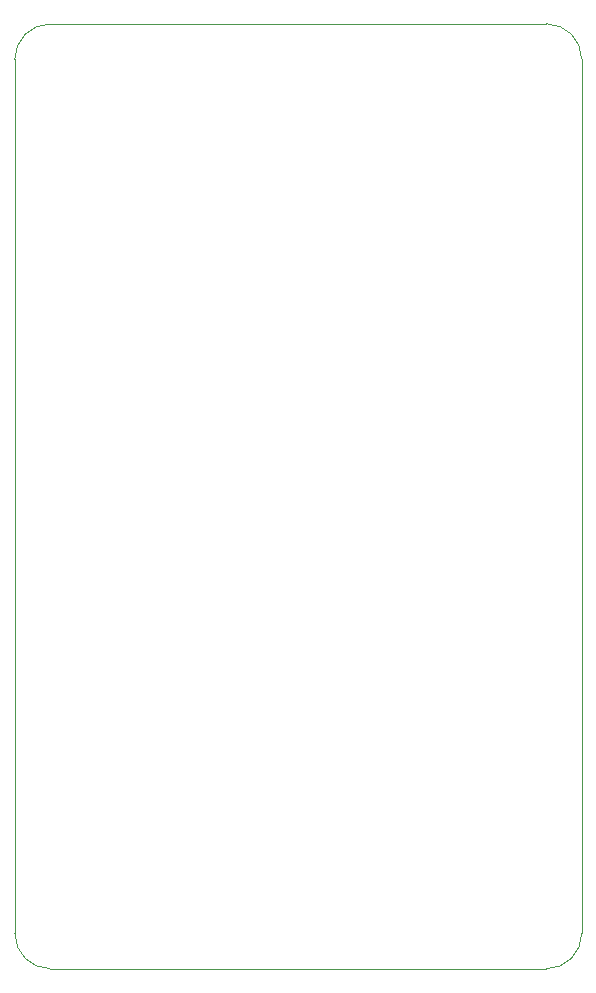
<source format=gbr>
G04 #@! TF.GenerationSoftware,KiCad,Pcbnew,5.1.8-db9833491~88~ubuntu18.04.1*
G04 #@! TF.CreationDate,2020-12-10T12:49:00+05:30*
G04 #@! TF.ProjectId,Permitme_main _sub_V1,5065726d-6974-46d6-955f-6d61696e205f,rev?*
G04 #@! TF.SameCoordinates,Original*
G04 #@! TF.FileFunction,Profile,NP*
%FSLAX46Y46*%
G04 Gerber Fmt 4.6, Leading zero omitted, Abs format (unit mm)*
G04 Created by KiCad (PCBNEW 5.1.8-db9833491~88~ubuntu18.04.1) date 2020-12-10 12:49:00*
%MOMM*%
%LPD*%
G01*
G04 APERTURE LIST*
G04 #@! TA.AperFunction,Profile*
%ADD10C,0.100000*%
G04 #@! TD*
G04 APERTURE END LIST*
D10*
X154070000Y-161880000D02*
G75*
G02*
X151070000Y-158880000I0J3000000D01*
G01*
X151070000Y-84880000D02*
G75*
G02*
X154070000Y-81880000I3000000J0D01*
G01*
X196070000Y-81870000D02*
G75*
G02*
X199070000Y-84870000I0J-3000000D01*
G01*
X151070000Y-84880000D02*
X151070000Y-84880000D01*
X196070000Y-81870000D02*
X154070000Y-81880000D01*
X199070000Y-158880000D02*
X199070000Y-84870000D01*
X154070000Y-161880000D02*
X196070000Y-161880000D01*
X151070000Y-84880000D02*
X151070000Y-158880000D01*
X199070000Y-158880000D02*
G75*
G02*
X196070000Y-161880000I-3000000J0D01*
G01*
M02*

</source>
